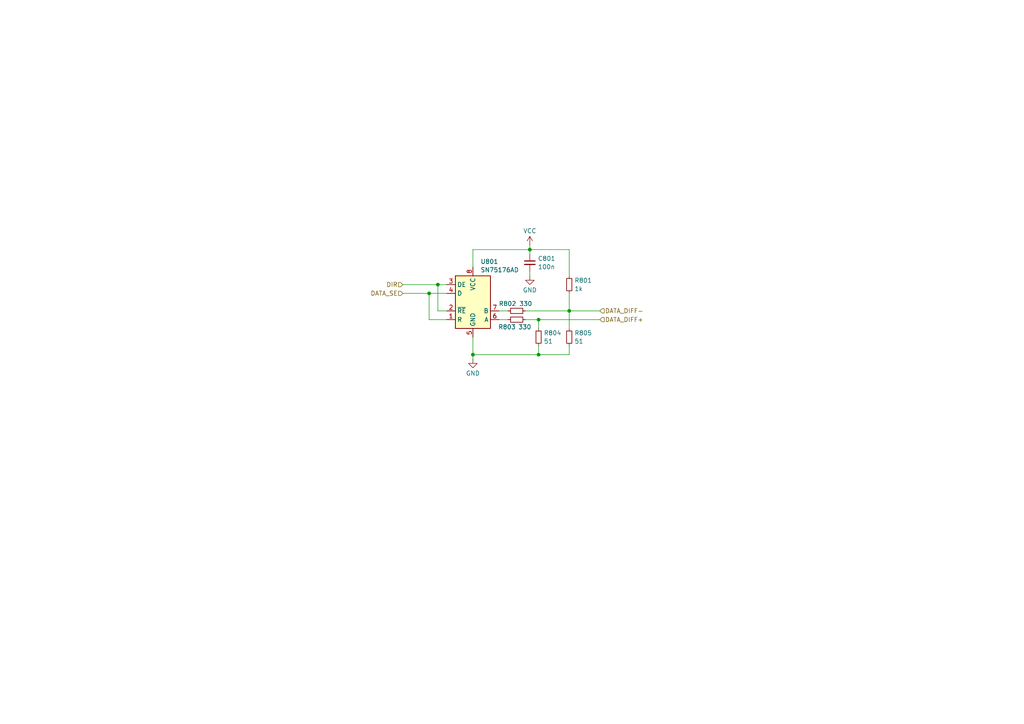
<source format=kicad_sch>
(kicad_sch (version 20230121) (generator eeschema)
  (paper "A4")
  (lib_symbols
    (symbol "Device:C_Small" (pin_numbers hide) (pin_names (offset 0.254) hide)
      (property "Reference" "C" (at 0.254 1.778 0))
      (property "Value" "C_Small" (at 0.254 -2.032 0))
      (symbol "C_Small_0_1"
        (polyline (pts (xy -1.524 -0.508) (xy 1.524 -0.508)) (stroke (width 0.3302)))
        (polyline (pts (xy -1.524 0.508) (xy 1.524 0.508)) (stroke (width 0.3048)))
      )
      (symbol "C_Small_1_1"
        (pin passive line (at 0 2.54 270) (length 2.032) (name "~") (number "1"))
        (pin passive line (at 0 -2.54 90) (length 2.032) (name "~") (number "2"))
      )
    )
    (symbol "Device:R_Small" (pin_numbers hide) (pin_names (offset 0.254) hide)
      (property "Reference" "R" (at 0.762 0.508 0))
      (property "Value" "R_Small" (at 0.762 -1.016 0))
      (symbol "R_Small_0_1"
        (rectangle (start -0.762 1.778) (end 0.762 -1.778) (stroke (width 0.2032)))
      )
      (symbol "R_Small_1_1"
        (pin passive line (at 0 2.54 270) (length 0.762) (name "~") (number "1"))
        (pin passive line (at 0 -2.54 90) (length 0.762) (name "~") (number "2"))
      )
    )
    (symbol "Interface_UART:SN75176AD"
      (property "Reference" "U" (at -4.318 8.89 0))
      (property "Value" "SN75176AD" (at 1.016 8.89 0))
      (symbol "SN75176AD_0_1"
        (rectangle (start -5.08 7.62) (end 5.08 -7.62) (stroke (width 0.254)) (fill (type background)))
      )
      (symbol "SN75176AD_1_1"
        (pin output line (at -7.62 -5.08 0) (length 2.54) (name "R") (number "1"))
        (pin input line (at -7.62 -2.54 0) (length 2.54) (name "~{RE}") (number "2"))
        (pin input line (at -7.62 5.08 0) (length 2.54) (name "DE") (number "3"))
        (pin input line (at -7.62 2.54 0) (length 2.54) (name "D") (number "4"))
        (pin power_in line (at 0 -10.16 90) (length 2.54) (name "GND") (number "5"))
        (pin bidirectional line (at 7.62 -5.08 180) (length 2.54) (name "A") (number "6"))
        (pin bidirectional line (at 7.62 -2.54 180) (length 2.54) (name "B") (number "7"))
        (pin power_in line (at 0 10.16 270) (length 2.54) (name "VCC") (number "8"))
      )
    )
    (symbol "power:GND" (power) (pin_names (offset 0))
      (property "Value" "GND" (at 0 -3.81 0))
      (symbol "GND_0_1"
        (polyline (pts (xy 0 0) (xy 0 -1.27) (xy 1.27 -1.27) (xy 0 -2.54) (xy -1.27 -1.27) (xy 0 -1.27)))
      )
      (symbol "GND_1_1"
        (pin power_in line (at 0 0 270) (length 0) hide (name "GND") (number "1"))
      )
    )
    (symbol "power:VCC" (power) (pin_names (offset 0))
      (property "Value" "VCC" (at 0 3.81 0))
      (symbol "VCC_0_1"
        (polyline (pts (xy -0.762 1.27) (xy 0 2.54)))
        (polyline (pts (xy 0 0) (xy 0 2.54)))
        (polyline (pts (xy 0 2.54) (xy 0.762 1.27)))
      )
      (symbol "VCC_1_1"
        (pin power_in line (at 0 0 90) (length 0) hide (name "VCC") (number "1"))
      )
    )
  )
  (junction (at 153.67 72.39))
  (junction (at 156.21 102.87))
  (junction (at 127 82.55))
  (junction (at 165.1 90.17))
  (junction (at 124.46 85.09))
  (junction (at 156.21 92.71))
  (junction (at 137.16 102.87))
  (wire (pts (xy 137.16 72.39) (xy 137.16 77.47)))
  (wire (pts (xy 127 82.55) (xy 129.54 82.55)))
  (wire (pts (xy 153.67 72.39) (xy 153.67 73.66)))
  (wire (pts (xy 153.67 72.39) (xy 165.1 72.39)))
  (wire (pts (xy 156.21 92.71) (xy 156.21 95.25)))
  (wire (pts (xy 137.16 104.14) (xy 137.16 102.87)))
  (wire (pts (xy 116.84 85.09) (xy 124.46 85.09)))
  (wire (pts (xy 152.4 90.17) (xy 165.1 90.17)))
  (wire (pts (xy 165.1 90.17) (xy 165.1 95.25)))
  (wire (pts (xy 124.46 85.09) (xy 124.46 92.71)))
  (wire (pts (xy 127 90.17) (xy 129.54 90.17)))
  (wire (pts (xy 156.21 100.33) (xy 156.21 102.87)))
  (wire (pts (xy 152.4 92.71) (xy 156.21 92.71)))
  (wire (pts (xy 116.84 82.55) (xy 127 82.55)))
  (wire (pts (xy 137.16 102.87) (xy 156.21 102.87)))
  (wire (pts (xy 153.67 78.74) (xy 153.67 80.01)))
  (wire (pts (xy 165.1 90.17) (xy 173.99 90.17)))
  (wire (pts (xy 153.67 72.39) (xy 137.16 72.39)))
  (wire (pts (xy 144.78 90.17) (xy 147.32 90.17)))
  (wire (pts (xy 156.21 102.87) (xy 165.1 102.87)))
  (wire (pts (xy 165.1 85.09) (xy 165.1 90.17)))
  (wire (pts (xy 156.21 92.71) (xy 173.99 92.71)))
  (wire (pts (xy 153.67 71.12) (xy 153.67 72.39)))
  (wire (pts (xy 165.1 100.33) (xy 165.1 102.87)))
  (wire (pts (xy 124.46 92.71) (xy 129.54 92.71)))
  (wire (pts (xy 124.46 85.09) (xy 129.54 85.09)))
  (wire (pts (xy 137.16 97.79) (xy 137.16 102.87)))
  (wire (pts (xy 144.78 92.71) (xy 147.32 92.71)))
  (wire (pts (xy 165.1 72.39) (xy 165.1 80.01)))
  (wire (pts (xy 127 82.55) (xy 127 90.17)))
  (hierarchical_label "DATA_SE" (shape input) (at 116.84 85.09 180))
  (hierarchical_label "DATA_DIFF-" (shape input) (at 173.99 90.17 0))
  (hierarchical_label "DIR" (shape input) (at 116.84 82.55 180))
  (hierarchical_label "DATA_DIFF+" (shape input) (at 173.99 92.71 0))
  (symbol (lib_id "Interface_UART:SN75176AD") (at 137.16 87.63 0) (unit 1)
    (property "Reference" "U801" (at 139.3541 75.8657 0) (effects (justify left)))
    (property "Value" "SN75176AD" (at 139.3541 78.2899 0) (effects (justify left)))
    (property "Footprint" "Package_SO:SOIC-8_3.9x4.9mm_P1.27mm" (effects hide))
    (property "Datasheet" "http://www.ti.com/lit/ds/symlink/sn75176a.pdf" (effects hide))
    (instances (project "ipibitsy" (path "" (reference "U801") (unit 1)) (path "" (reference "U2301") (unit 1)) (path "" (reference "U2201") (unit 1)) (path "" (reference "U2601") (unit 1)) (path "" (reference "U2501") (unit 1)) (path "" (reference "U2401") (unit 1)) (path "" (reference "U301") (unit 1)) (path "" (reference "U1401") (unit 1)) (path "" (reference "U501") (unit 1)) (path "" (reference "U1101") (unit 1)) (path "" (reference "U601") (unit 1)) (path "" (reference "U701") (unit 1)) (path "" (reference "U2001") (unit 1)) (path "" (reference "U901") (unit 1)) (path "" (reference "U1201") (unit 1)) (path "" (reference "U1001") (unit 1)) (path "" (reference "U401") (unit 1)) (path "" (reference "U1301") (unit 1)) (path "" (reference "U1601") (unit 1)) (path "" (reference "U1501") (unit 1)) (path "" (reference "U1701") (unit 1)) (path "" (reference "U1801") (unit 1)) (path "" (reference "U1901") (unit 1)) (path "" (reference "U2101") (unit 1))))
  )
  (symbol (lib_id "Device:R_Small") (at 165.1 82.55 0) (unit 1)
    (property "Reference" "R801" (at 166.5986 81.3379 0) (effects (justify left)))
    (property "Value" "1k" (at 166.5986 83.7621 0) (effects (justify left)))
    (property "Footprint" "Resistor_SMD:R_0603_1608Metric_Pad0.98x0.95mm_HandSolder" (effects hide))
    (instances (project "ipibitsy" (path "" (reference "R801") (unit 1)) (path "" (reference "R2301") (unit 1)) (path "" (reference "R2201") (unit 1)) (path "" (reference "R2601") (unit 1)) (path "" (reference "R2501") (unit 1)) (path "" (reference "R2401") (unit 1)) (path "" (reference "R301") (unit 1)) (path "" (reference "R1401") (unit 1)) (path "" (reference "R501") (unit 1)) (path "" (reference "R1101") (unit 1)) (path "" (reference "R601") (unit 1)) (path "" (reference "R701") (unit 1)) (path "" (reference "R2001") (unit 1)) (path "" (reference "R901") (unit 1)) (path "" (reference "R1201") (unit 1)) (path "" (reference "R1001") (unit 1)) (path "" (reference "R401") (unit 1)) (path "" (reference "R1301") (unit 1)) (path "" (reference "R1601") (unit 1)) (path "" (reference "R1501") (unit 1)) (path "" (reference "R1701") (unit 1)) (path "" (reference "R1801") (unit 1)) (path "" (reference "R1901") (unit 1)) (path "" (reference "R2101") (unit 1))))
  )
  (symbol (lib_id "Device:C_Small") (at 153.67 76.2 0) (unit 1)
    (property "Reference" "C801" (at 155.9941 74.9942 0) (effects (justify left)))
    (property "Value" "100n" (at 155.9941 77.4184 0) (effects (justify left)))
    (property "Footprint" "Capacitor_SMD:C_0603_1608Metric_Pad1.08x0.95mm_HandSolder" (effects hide))
    (instances (project "ipibitsy" (path "" (reference "C801") (unit 1)) (path "" (reference "C2301") (unit 1)) (path "" (reference "C2201") (unit 1)) (path "" (reference "C2601") (unit 1)) (path "" (reference "C2501") (unit 1)) (path "" (reference "C2401") (unit 1)) (path "" (reference "C301") (unit 1)) (path "" (reference "C?") (unit 1)) (path "" (reference "C2001") (unit 1)) (path "" (reference "C401") (unit 1)) (path "" (reference "C2") (unit 1)) (path "" (reference "C501") (unit 1)) (path "" (reference "C701") (unit 1)) (path "" (reference "C1101") (unit 1)) (path "" (reference "C901") (unit 1)) (path "" (reference "C1001") (unit 1)) (path "" (reference "C1401") (unit 1)) (path "" (reference "C601") (unit 1)) (path "" (reference "C1201") (unit 1)) (path "" (reference "C1301") (unit 1)) (path "" (reference "C1601") (unit 1)) (path "" (reference "C1501") (unit 1)) (path "" (reference "C1701") (unit 1)) (path "" (reference "C1801") (unit 1)) (path "" (reference "C1901") (unit 1)) (path "" (reference "C2101") (unit 1))))
  )
  (symbol (lib_id "Device:R_Small") (at 156.21 97.79 0) (unit 1)
    (property "Reference" "R804" (at 157.7086 96.5779 0) (effects (justify left)))
    (property "Value" "51" (at 157.7086 99.0021 0) (effects (justify left)))
    (property "Footprint" "Resistor_SMD:R_0603_1608Metric_Pad0.98x0.95mm_HandSolder" (effects hide))
    (instances (project "ipibitsy" (path "" (reference "R804") (unit 1)) (path "" (reference "R2304") (unit 1)) (path "" (reference "R2204") (unit 1)) (path "" (reference "R2604") (unit 1)) (path "" (reference "R2504") (unit 1)) (path "" (reference "R2404") (unit 1)) (path "" (reference "R304") (unit 1)) (path "" (reference "R1404") (unit 1)) (path "" (reference "R504") (unit 1)) (path "" (reference "R1104") (unit 1)) (path "" (reference "R604") (unit 1)) (path "" (reference "R704") (unit 1)) (path "" (reference "R2004") (unit 1)) (path "" (reference "R904") (unit 1)) (path "" (reference "R1204") (unit 1)) (path "" (reference "R1004") (unit 1)) (path "" (reference "R404") (unit 1)) (path "" (reference "R1304") (unit 1)) (path "" (reference "R1604") (unit 1)) (path "" (reference "R1504") (unit 1)) (path "" (reference "R1704") (unit 1)) (path "" (reference "R1804") (unit 1)) (path "" (reference "R1904") (unit 1)) (path "" (reference "R2104") (unit 1))))
  )
  (symbol (lib_id "power:VCC") (at 153.67 71.12 0) (unit 1)
    (property "Reference" "#PWR0801" (effects hide))
    (property "Value" "VCC" (at 153.67 66.9869 0))
    (instances (project "ipibitsy" (path "" (reference "#PWR0801") (unit 1)) (path "" (reference "#PWR02601") (unit 1)) (path "" (reference "#PWR02301") (unit 1)) (path "" (reference "#PWR02201") (unit 1)) (path "" (reference "#PWR02501") (unit 1)) (path "" (reference "#PWR02401") (unit 1)) (path "" (reference "#PWR0301") (unit 1)) (path "" (reference "#PWR01401") (unit 1)) (path "" (reference "#PWR0501") (unit 1)) (path "" (reference "#PWR01101") (unit 1)) (path "" (reference "#PWR0601") (unit 1)) (path "" (reference "#PWR0701") (unit 1)) (path "" (reference "#PWR02001") (unit 1)) (path "" (reference "#PWR0901") (unit 1)) (path "" (reference "#PWR01201") (unit 1)) (path "" (reference "#PWR01001") (unit 1)) (path "" (reference "#PWR0401") (unit 1)) (path "" (reference "#PWR01301") (unit 1)) (path "" (reference "#PWR01601") (unit 1)) (path "" (reference "#PWR01501") (unit 1)) (path "" (reference "#PWR01701") (unit 1)) (path "" (reference "#PWR01801") (unit 1)) (path "" (reference "#PWR01901") (unit 1)) (path "" (reference "#PWR02101") (unit 1))))
  )
  (symbol (lib_id "power:GND") (at 153.67 80.01 0) (unit 1)
    (property "Reference" "#PWR0802" (effects hide))
    (property "Value" "GND" (at 153.67 84.1431 0))
    (instances (project "ipibitsy" (path "" (reference "#PWR0802") (unit 1)) (path "" (reference "#PWR02602") (unit 1)) (path "" (reference "#PWR02302") (unit 1)) (path "" (reference "#PWR02202") (unit 1)) (path "" (reference "#PWR02502") (unit 1)) (path "" (reference "#PWR02402") (unit 1)) (path "" (reference "#PWR0302") (unit 1)) (path "" (reference "#PWR01402") (unit 1)) (path "" (reference "#PWR0502") (unit 1)) (path "" (reference "#PWR01102") (unit 1)) (path "" (reference "#PWR0602") (unit 1)) (path "" (reference "#PWR0702") (unit 1)) (path "" (reference "#PWR02002") (unit 1)) (path "" (reference "#PWR0902") (unit 1)) (path "" (reference "#PWR01202") (unit 1)) (path "" (reference "#PWR01002") (unit 1)) (path "" (reference "#PWR0402") (unit 1)) (path "" (reference "#PWR01302") (unit 1)) (path "" (reference "#PWR01602") (unit 1)) (path "" (reference "#PWR01502") (unit 1)) (path "" (reference "#PWR01702") (unit 1)) (path "" (reference "#PWR01802") (unit 1)) (path "" (reference "#PWR01902") (unit 1)) (path "" (reference "#PWR02102") (unit 1))))
  )
  (symbol (lib_id "Device:R_Small") (at 149.86 92.71 90) (unit 1)
    (property "Reference" "R803" (at 147.0597 94.8391 90))
    (property "Value" "330" (at 152.1998 94.8391 90))
    (property "Footprint" "Resistor_SMD:R_0603_1608Metric_Pad0.98x0.95mm_HandSolder" (effects hide))
    (instances (project "ipibitsy" (path "" (reference "R803") (unit 1)) (path "" (reference "R2303") (unit 1)) (path "" (reference "R2203") (unit 1)) (path "" (reference "R2603") (unit 1)) (path "" (reference "R2503") (unit 1)) (path "" (reference "R2403") (unit 1)) (path "" (reference "R303") (unit 1)) (path "" (reference "R?") (unit 1)) (path "" (reference "R2003") (unit 1)) (path "" (reference "R403") (unit 1)) (path "" (reference "R1") (unit 1)) (path "" (reference "R503") (unit 1)) (path "" (reference "R703") (unit 1)) (path "" (reference "R1103") (unit 1)) (path "" (reference "R903") (unit 1)) (path "" (reference "R1003") (unit 1)) (path "" (reference "R1403") (unit 1)) (path "" (reference "R603") (unit 1)) (path "" (reference "R1203") (unit 1)) (path "" (reference "R1303") (unit 1)) (path "" (reference "R1603") (unit 1)) (path "" (reference "R1503") (unit 1)) (path "" (reference "R1703") (unit 1)) (path "" (reference "R1803") (unit 1)) (path "" (reference "R1903") (unit 1)) (path "" (reference "R2103") (unit 1))))
  )
  (symbol (lib_id "Device:R_Small") (at 165.1 97.79 0) (unit 1)
    (property "Reference" "R805" (at 166.5986 96.5779 0) (effects (justify left)))
    (property "Value" "51" (at 166.5986 99.0021 0) (effects (justify left)))
    (property "Footprint" "Resistor_SMD:R_0603_1608Metric_Pad0.98x0.95mm_HandSolder" (effects hide))
    (instances (project "ipibitsy" (path "" (reference "R805") (unit 1)) (path "" (reference "R2305") (unit 1)) (path "" (reference "R2205") (unit 1)) (path "" (reference "R2605") (unit 1)) (path "" (reference "R2505") (unit 1)) (path "" (reference "R2405") (unit 1)) (path "" (reference "R305") (unit 1)) (path "" (reference "R1405") (unit 1)) (path "" (reference "R505") (unit 1)) (path "" (reference "R1105") (unit 1)) (path "" (reference "R605") (unit 1)) (path "" (reference "R705") (unit 1)) (path "" (reference "R2005") (unit 1)) (path "" (reference "R905") (unit 1)) (path "" (reference "R1205") (unit 1)) (path "" (reference "R1005") (unit 1)) (path "" (reference "R405") (unit 1)) (path "" (reference "R1305") (unit 1)) (path "" (reference "R1605") (unit 1)) (path "" (reference "R1505") (unit 1)) (path "" (reference "R1705") (unit 1)) (path "" (reference "R1805") (unit 1)) (path "" (reference "R1905") (unit 1)) (path "" (reference "R2105") (unit 1))))
  )
  (symbol (lib_id "Device:R_Small") (at 149.86 90.17 90) (unit 1)
    (property "Reference" "R802" (at 147.2167 88.0904 90))
    (property "Value" "330" (at 152.4744 88.0904 90))
    (property "Footprint" "Resistor_SMD:R_0603_1608Metric_Pad0.98x0.95mm_HandSolder" (effects hide))
    (instances (project "ipibitsy" (path "" (reference "R802") (unit 1)) (path "" (reference "R2302") (unit 1)) (path "" (reference "R2202") (unit 1)) (path "" (reference "R2602") (unit 1)) (path "" (reference "R2502") (unit 1)) (path "" (reference "R2402") (unit 1)) (path "" (reference "R302") (unit 1)) (path "" (reference "R?") (unit 1)) (path "" (reference "R2002") (unit 1)) (path "" (reference "R402") (unit 1)) (path "" (reference "R1") (unit 1)) (path "" (reference "R502") (unit 1)) (path "" (reference "R702") (unit 1)) (path "" (reference "R1102") (unit 1)) (path "" (reference "R902") (unit 1)) (path "" (reference "R1002") (unit 1)) (path "" (reference "R1402") (unit 1)) (path "" (reference "R602") (unit 1)) (path "" (reference "R1202") (unit 1)) (path "" (reference "R1302") (unit 1)) (path "" (reference "R1602") (unit 1)) (path "" (reference "R1502") (unit 1)) (path "" (reference "R1702") (unit 1)) (path "" (reference "R1802") (unit 1)) (path "" (reference "R1902") (unit 1)) (path "" (reference "R2102") (unit 1))))
  )
  (symbol (lib_id "power:GND") (at 137.16 104.14 0) (unit 1)
    (property "Reference" "#PWR0803" (effects hide))
    (property "Value" "GND" (at 137.16 108.2731 0))
    (instances (project "ipibitsy" (path "" (reference "#PWR0803") (unit 1)) (path "" (reference "#PWR02603") (unit 1)) (path "" (reference "#PWR02303") (unit 1)) (path "" (reference "#PWR02203") (unit 1)) (path "" (reference "#PWR02503") (unit 1)) (path "" (reference "#PWR02403") (unit 1)) (path "" (reference "#PWR0303") (unit 1)) (path "" (reference "#PWR01403") (unit 1)) (path "" (reference "#PWR0503") (unit 1)) (path "" (reference "#PWR01103") (unit 1)) (path "" (reference "#PWR0603") (unit 1)) (path "" (reference "#PWR0703") (unit 1)) (path "" (reference "#PWR02003") (unit 1)) (path "" (reference "#PWR0903") (unit 1)) (path "" (reference "#PWR01203") (unit 1)) (path "" (reference "#PWR01003") (unit 1)) (path "" (reference "#PWR0403") (unit 1)) (path "" (reference "#PWR01303") (unit 1)) (path "" (reference "#PWR01603") (unit 1)) (path "" (reference "#PWR01503") (unit 1)) (path "" (reference "#PWR01703") (unit 1)) (path "" (reference "#PWR01803") (unit 1)) (path "" (reference "#PWR01903") (unit 1)) (path "" (reference "#PWR02103") (unit 1))))
  )
)
</source>
